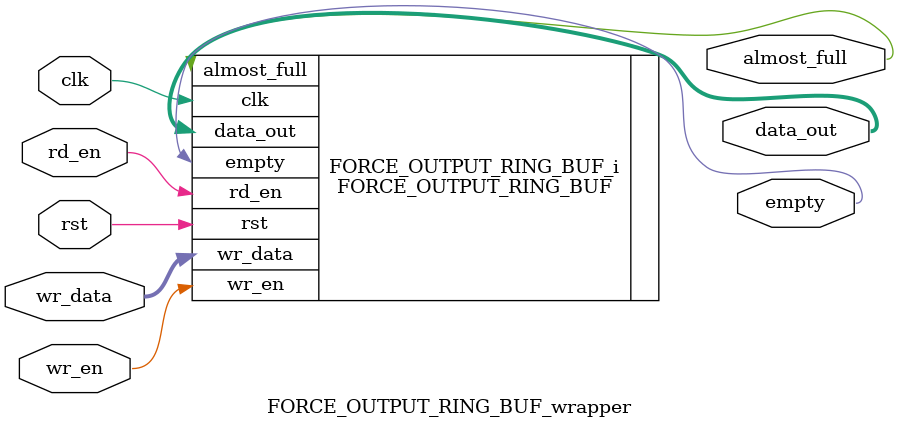
<source format=v>
`timescale 1 ps / 1 ps

module FORCE_OUTPUT_RING_BUF_wrapper
   (almost_full,
    clk,
    data_out,
    empty,
    rd_en,
    rst,
    wr_data,
    wr_en);
  output almost_full;
  input clk;
  output [111:0]data_out;
  output empty;
  input rd_en;
  input rst;
  input [111:0]wr_data;
  input wr_en;

  wire almost_full;
  wire clk;
  wire [111:0]data_out;
  wire empty;
  wire rd_en;
  wire rst;
  wire [111:0]wr_data;
  wire wr_en;

  FORCE_OUTPUT_RING_BUF FORCE_OUTPUT_RING_BUF_i
       (.almost_full(almost_full),
        .clk(clk),
        .data_out(data_out),
        .empty(empty),
        .rd_en(rd_en),
        .rst(rst),
        .wr_data(wr_data),
        .wr_en(wr_en));
endmodule

</source>
